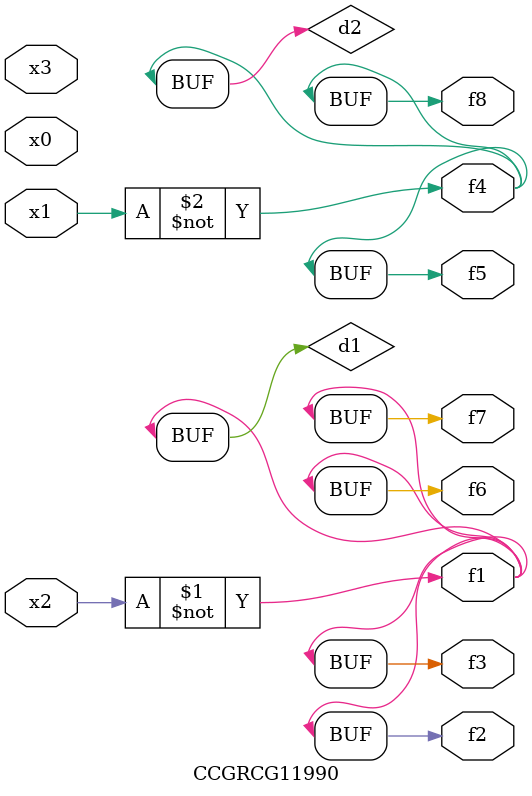
<source format=v>
module CCGRCG11990(
	input x0, x1, x2, x3,
	output f1, f2, f3, f4, f5, f6, f7, f8
);

	wire d1, d2;

	xnor (d1, x2);
	not (d2, x1);
	assign f1 = d1;
	assign f2 = d1;
	assign f3 = d1;
	assign f4 = d2;
	assign f5 = d2;
	assign f6 = d1;
	assign f7 = d1;
	assign f8 = d2;
endmodule

</source>
